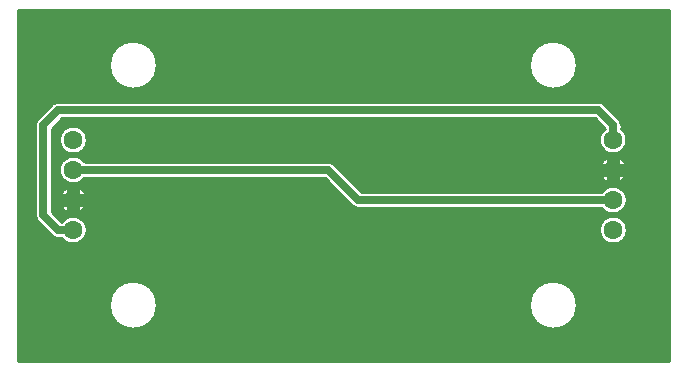
<source format=gbr>
G04 Generated by Ultiboard 14.0 *
%FSLAX33Y33*%
%MOMM*%

%ADD10C,0.001*%
%ADD11C,0.254*%
%ADD12C,0.635*%
%ADD13C,1.600*%


G04 ColorRGB 00FF00 for the following layer *
%LNCopper Bottom*%
%LPD*%
G54D10*
G36*
X55497Y30097D02*
X55497Y30097D01*
X383Y30097D01*
X383Y383D01*
X55497Y383D01*
X55497Y30097D01*
D02*
G37*
%LPC*%
G36*
X8129Y5080D02*
G75*
D01*
G02X8129Y5080I2031J0*
G01*
D02*
G37*
G36*
X43689Y5080D02*
G75*
D01*
G02X43689Y5080I2031J0*
G01*
D02*
G37*
G36*
X3976Y14389D02*
G74*
D01*
G02X4661Y15074I1103J418*
G01*
X4661Y15074D01*
X4661Y14389D01*
X3976Y14389D01*
D02*
G37*
G36*
X5499Y15074D02*
G74*
D01*
G02X6184Y14389I418J1103*
G01*
X6184Y14389D01*
X5499Y14389D01*
X5499Y15074D01*
D02*
G37*
G36*
X6184Y13551D02*
G74*
D01*
G02X5499Y12866I1103J418*
G01*
X5499Y12866D01*
X5499Y13551D01*
X6184Y13551D01*
D02*
G37*
G36*
X4661Y12866D02*
G74*
D01*
G02X3976Y13551I418J1103*
G01*
X3976Y13551D01*
X4661Y13551D01*
X4661Y12866D01*
D02*
G37*
G36*
X4580Y13970D02*
G75*
D01*
G02X4580Y13970I500J0*
G01*
D02*
G37*
G36*
X3899Y19050D02*
G75*
D01*
G02X3899Y19050I1181J0*
G01*
D02*
G37*
G36*
X49619Y11430D02*
G75*
D01*
G02X49619Y11430I1181J0*
G01*
D02*
G37*
G36*
X49696Y16929D02*
G74*
D01*
G02X50381Y17614I1103J418*
G01*
X50381Y17614D01*
X50381Y16929D01*
X49696Y16929D01*
D02*
G37*
G36*
X51219Y17614D02*
G74*
D01*
G02X51904Y16929I418J1103*
G01*
X51904Y16929D01*
X51219Y16929D01*
X51219Y17614D01*
D02*
G37*
G36*
X51904Y16091D02*
G74*
D01*
G02X51219Y15406I1103J418*
G01*
X51219Y15406D01*
X51219Y16091D01*
X51904Y16091D01*
D02*
G37*
G36*
X50381Y15406D02*
G74*
D01*
G02X49696Y16091I418J1103*
G01*
X49696Y16091D01*
X50381Y16091D01*
X50381Y15406D01*
D02*
G37*
G36*
X50300Y16510D02*
G75*
D01*
G02X50300Y16510I500J0*
G01*
D02*
G37*
G36*
X27167Y17006D02*
X27167Y17006D01*
X29501Y14672D01*
X49850Y14672D01*
G75*
D01*
G02X49850Y13268I950J-702*
G01*
X49850Y13268D01*
X29211Y13268D01*
G75*
D01*
G02X28714Y13474I0J702*
G01*
X28714Y13474D01*
X26379Y15808D01*
X6030Y15808D01*
G75*
D01*
G02X6030Y17212I-950J702*
G01*
X6030Y17212D01*
X26670Y17212D01*
G74*
D01*
G02X27167Y17006I0J702*
G01*
D02*
G37*
G36*
X50027Y22086D02*
X50027Y22086D01*
X51296Y20817D01*
G74*
D01*
G02X51502Y20320I496J497*
G01*
X51502Y20320D01*
X51502Y20000D01*
G75*
D01*
G02X50098Y20000I-702J-950*
G01*
X50098Y20000D01*
X50098Y20029D01*
X49239Y20888D01*
X4101Y20888D01*
X3242Y20029D01*
X3242Y12991D01*
X4101Y12132D01*
X4130Y12132D01*
G75*
D01*
G02X4130Y10728I950J-702*
G01*
X4130Y10728D01*
X3810Y10728D01*
G75*
D01*
G02X3607Y10758I0J702*
G01*
G74*
D01*
G02X3314Y10934I204J671*
G01*
X3314Y10934D01*
X2044Y12204D01*
G75*
D01*
G02X1838Y12701I495J496*
G01*
X1838Y12701D01*
X1838Y20319D01*
G75*
D01*
G02X2044Y20816I702J0*
G01*
X2044Y20816D01*
X3314Y22086D01*
G75*
D01*
G02X3811Y22292I496J-495*
G01*
X3811Y22292D01*
X49529Y22292D01*
G75*
D01*
G02X49678Y22276I0J-702*
G01*
G74*
D01*
G02X50027Y22086I147J685*
G01*
D02*
G37*
G36*
X8129Y25400D02*
G75*
D01*
G02X8129Y25400I2031J0*
G01*
D02*
G37*
G36*
X43689Y25400D02*
G75*
D01*
G02X43689Y25400I2031J0*
G01*
D02*
G37*
%LPD*%
G54D11*
X8129Y5080D02*
G75*
D01*
G02X8129Y5080I2031J0*
G01*
X43689Y5080D02*
G75*
D01*
G02X43689Y5080I2031J0*
G01*
X3976Y14389D02*
G74*
D01*
G02X4661Y15074I1103J418*
G01*
X4661Y14389D01*
X3976Y14389D01*
X5499Y15074D02*
G74*
D01*
G02X6184Y14389I418J1103*
G01*
X5499Y14389D01*
X5499Y15074D01*
X6184Y13551D02*
G74*
D01*
G02X5499Y12866I1103J418*
G01*
X5499Y13551D01*
X6184Y13551D01*
X4661Y12866D02*
G74*
D01*
G02X3976Y13551I418J1103*
G01*
X4661Y13551D01*
X4661Y12866D01*
X4580Y13970D02*
G75*
D01*
G02X4580Y13970I500J0*
G01*
X3899Y19050D02*
G75*
D01*
G02X3899Y19050I1181J0*
G01*
X49619Y11430D02*
G75*
D01*
G02X49619Y11430I1181J0*
G01*
X49696Y16929D02*
G74*
D01*
G02X50381Y17614I1103J418*
G01*
X50381Y16929D01*
X49696Y16929D01*
X51219Y17614D02*
G74*
D01*
G02X51904Y16929I418J1103*
G01*
X51219Y16929D01*
X51219Y17614D01*
X51904Y16091D02*
G74*
D01*
G02X51219Y15406I1103J418*
G01*
X51219Y16091D01*
X51904Y16091D01*
X50381Y15406D02*
G74*
D01*
G02X49696Y16091I418J1103*
G01*
X50381Y16091D01*
X50381Y15406D01*
X50300Y16510D02*
G75*
D01*
G02X50300Y16510I500J0*
G01*
X27167Y17006D02*
X29501Y14672D01*
X49850Y14672D01*
G75*
D01*
G02X49850Y13268I950J-702*
G01*
X29211Y13268D01*
G75*
D01*
G02X28714Y13474I0J702*
G01*
X26379Y15808D01*
X6030Y15808D01*
G75*
D01*
G02X6030Y17212I-950J702*
G01*
X26670Y17212D01*
G74*
D01*
G02X27167Y17006I0J702*
G01*
X50027Y22086D02*
X51296Y20817D01*
G74*
D01*
G02X51502Y20320I496J497*
G01*
X51502Y20000D01*
G75*
D01*
G02X50098Y20000I-702J-950*
G01*
X50098Y20029D01*
X49239Y20888D01*
X4101Y20888D01*
X3242Y20029D01*
X3242Y12991D01*
X4101Y12132D01*
X4130Y12132D01*
G75*
D01*
G02X4130Y10728I950J-702*
G01*
X3810Y10728D01*
G75*
D01*
G02X3607Y10758I0J702*
G01*
G74*
D01*
G02X3314Y10934I204J671*
G01*
X2044Y12204D01*
G75*
D01*
G02X1838Y12701I495J496*
G01*
X1838Y20319D01*
G75*
D01*
G02X2044Y20816I702J0*
G01*
X3314Y22086D01*
G75*
D01*
G02X3811Y22292I496J-495*
G01*
X49529Y22292D01*
G75*
D01*
G02X49678Y22276I0J-702*
G01*
G74*
D01*
G02X50027Y22086I147J685*
G01*
X8129Y25400D02*
G75*
D01*
G02X8129Y25400I2031J0*
G01*
X43689Y25400D02*
G75*
D01*
G02X43689Y25400I2031J0*
G01*
X55497Y30097D02*
X383Y30097D01*
X383Y383D01*
X55497Y383D01*
X55497Y30097D01*
G54D12*
X5080Y16510D02*
X26670Y16510D01*
X29210Y13970D01*
X50800Y13970D01*
X50800Y19050D02*
X50800Y20320D01*
X49530Y21590D01*
X5080Y11430D02*
X3810Y11430D01*
X3810Y21590D02*
X49530Y21590D01*
X2540Y12700D02*
X2540Y20320D01*
X3810Y11430D02*
X2540Y12700D01*
X2540Y20320D02*
X3810Y21590D01*
G54D13*
X5080Y19050D03*
X5080Y13970D03*
X5080Y16510D03*
X5080Y11430D03*
X50800Y16510D03*
X50800Y11430D03*
X50800Y19050D03*
X50800Y13970D03*

M02*

</source>
